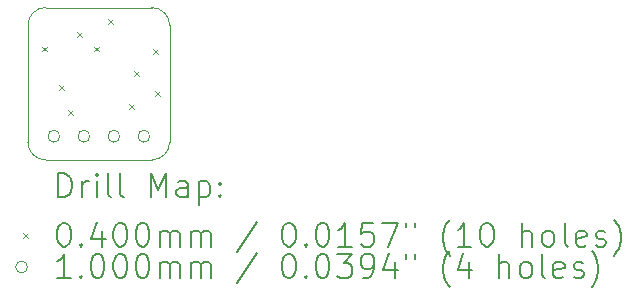
<source format=gbr>
%TF.GenerationSoftware,KiCad,Pcbnew,8.0.8*%
%TF.CreationDate,2025-01-29T14:54:37+01:00*%
%TF.ProjectId,TS4231-BOB,54533432-3331-42d4-924f-422e6b696361,rev?*%
%TF.SameCoordinates,Original*%
%TF.FileFunction,Drillmap*%
%TF.FilePolarity,Positive*%
%FSLAX45Y45*%
G04 Gerber Fmt 4.5, Leading zero omitted, Abs format (unit mm)*
G04 Created by KiCad (PCBNEW 8.0.8) date 2025-01-29 14:54:37*
%MOMM*%
%LPD*%
G01*
G04 APERTURE LIST*
%ADD10C,0.050000*%
%ADD11C,0.200000*%
%ADD12C,0.100000*%
G04 APERTURE END LIST*
D10*
X13900000Y-4550000D02*
X13900000Y-5540000D01*
X13750000Y-5690000D02*
X12850000Y-5690000D01*
X12700000Y-5540000D02*
X12700000Y-4550000D01*
X12850000Y-4400000D02*
X13750000Y-4400000D01*
X13750000Y-4400000D02*
G75*
G02*
X13900000Y-4550000I0J-150000D01*
G01*
X12700000Y-4550000D02*
G75*
G02*
X12850000Y-4400000I150000J0D01*
G01*
X12850000Y-5690000D02*
G75*
G02*
X12700000Y-5540000I0J150000D01*
G01*
X13900000Y-5540000D02*
G75*
G02*
X13750000Y-5690000I-150000J0D01*
G01*
D11*
D12*
X12820000Y-4730000D02*
X12860000Y-4770000D01*
X12860000Y-4730000D02*
X12820000Y-4770000D01*
X12963307Y-5055092D02*
X13003307Y-5095092D01*
X13003307Y-5055092D02*
X12963307Y-5095092D01*
X13040000Y-5270000D02*
X13080000Y-5310000D01*
X13080000Y-5270000D02*
X13040000Y-5310000D01*
X13120000Y-4610000D02*
X13160000Y-4650000D01*
X13160000Y-4610000D02*
X13120000Y-4650000D01*
X13260000Y-4730000D02*
X13300000Y-4770000D01*
X13300000Y-4730000D02*
X13260000Y-4770000D01*
X13380000Y-4500000D02*
X13420000Y-4540000D01*
X13420000Y-4500000D02*
X13380000Y-4540000D01*
X13560000Y-5220000D02*
X13600000Y-5260000D01*
X13600000Y-5220000D02*
X13560000Y-5260000D01*
X13599999Y-4940001D02*
X13639999Y-4980001D01*
X13639999Y-4940001D02*
X13599999Y-4980001D01*
X13760000Y-4750000D02*
X13800000Y-4790000D01*
X13800000Y-4750000D02*
X13760000Y-4790000D01*
X13780000Y-5110000D02*
X13820000Y-5150000D01*
X13820000Y-5110000D02*
X13780000Y-5150000D01*
X12970000Y-5490000D02*
G75*
G02*
X12870000Y-5490000I-50000J0D01*
G01*
X12870000Y-5490000D02*
G75*
G02*
X12970000Y-5490000I50000J0D01*
G01*
X13224000Y-5490000D02*
G75*
G02*
X13124000Y-5490000I-50000J0D01*
G01*
X13124000Y-5490000D02*
G75*
G02*
X13224000Y-5490000I50000J0D01*
G01*
X13478000Y-5490000D02*
G75*
G02*
X13378000Y-5490000I-50000J0D01*
G01*
X13378000Y-5490000D02*
G75*
G02*
X13478000Y-5490000I50000J0D01*
G01*
X13732000Y-5490000D02*
G75*
G02*
X13632000Y-5490000I-50000J0D01*
G01*
X13632000Y-5490000D02*
G75*
G02*
X13732000Y-5490000I50000J0D01*
G01*
D11*
X12958277Y-6003984D02*
X12958277Y-5803984D01*
X12958277Y-5803984D02*
X13005896Y-5803984D01*
X13005896Y-5803984D02*
X13034467Y-5813508D01*
X13034467Y-5813508D02*
X13053515Y-5832555D01*
X13053515Y-5832555D02*
X13063039Y-5851603D01*
X13063039Y-5851603D02*
X13072562Y-5889698D01*
X13072562Y-5889698D02*
X13072562Y-5918269D01*
X13072562Y-5918269D02*
X13063039Y-5956365D01*
X13063039Y-5956365D02*
X13053515Y-5975412D01*
X13053515Y-5975412D02*
X13034467Y-5994460D01*
X13034467Y-5994460D02*
X13005896Y-6003984D01*
X13005896Y-6003984D02*
X12958277Y-6003984D01*
X13158277Y-6003984D02*
X13158277Y-5870650D01*
X13158277Y-5908746D02*
X13167801Y-5889698D01*
X13167801Y-5889698D02*
X13177324Y-5880174D01*
X13177324Y-5880174D02*
X13196372Y-5870650D01*
X13196372Y-5870650D02*
X13215420Y-5870650D01*
X13282086Y-6003984D02*
X13282086Y-5870650D01*
X13282086Y-5803984D02*
X13272562Y-5813508D01*
X13272562Y-5813508D02*
X13282086Y-5823031D01*
X13282086Y-5823031D02*
X13291610Y-5813508D01*
X13291610Y-5813508D02*
X13282086Y-5803984D01*
X13282086Y-5803984D02*
X13282086Y-5823031D01*
X13405896Y-6003984D02*
X13386848Y-5994460D01*
X13386848Y-5994460D02*
X13377324Y-5975412D01*
X13377324Y-5975412D02*
X13377324Y-5803984D01*
X13510658Y-6003984D02*
X13491610Y-5994460D01*
X13491610Y-5994460D02*
X13482086Y-5975412D01*
X13482086Y-5975412D02*
X13482086Y-5803984D01*
X13739229Y-6003984D02*
X13739229Y-5803984D01*
X13739229Y-5803984D02*
X13805896Y-5946841D01*
X13805896Y-5946841D02*
X13872562Y-5803984D01*
X13872562Y-5803984D02*
X13872562Y-6003984D01*
X14053515Y-6003984D02*
X14053515Y-5899222D01*
X14053515Y-5899222D02*
X14043991Y-5880174D01*
X14043991Y-5880174D02*
X14024943Y-5870650D01*
X14024943Y-5870650D02*
X13986848Y-5870650D01*
X13986848Y-5870650D02*
X13967801Y-5880174D01*
X14053515Y-5994460D02*
X14034467Y-6003984D01*
X14034467Y-6003984D02*
X13986848Y-6003984D01*
X13986848Y-6003984D02*
X13967801Y-5994460D01*
X13967801Y-5994460D02*
X13958277Y-5975412D01*
X13958277Y-5975412D02*
X13958277Y-5956365D01*
X13958277Y-5956365D02*
X13967801Y-5937317D01*
X13967801Y-5937317D02*
X13986848Y-5927793D01*
X13986848Y-5927793D02*
X14034467Y-5927793D01*
X14034467Y-5927793D02*
X14053515Y-5918269D01*
X14148753Y-5870650D02*
X14148753Y-6070650D01*
X14148753Y-5880174D02*
X14167801Y-5870650D01*
X14167801Y-5870650D02*
X14205896Y-5870650D01*
X14205896Y-5870650D02*
X14224943Y-5880174D01*
X14224943Y-5880174D02*
X14234467Y-5889698D01*
X14234467Y-5889698D02*
X14243991Y-5908746D01*
X14243991Y-5908746D02*
X14243991Y-5965888D01*
X14243991Y-5965888D02*
X14234467Y-5984936D01*
X14234467Y-5984936D02*
X14224943Y-5994460D01*
X14224943Y-5994460D02*
X14205896Y-6003984D01*
X14205896Y-6003984D02*
X14167801Y-6003984D01*
X14167801Y-6003984D02*
X14148753Y-5994460D01*
X14329705Y-5984936D02*
X14339229Y-5994460D01*
X14339229Y-5994460D02*
X14329705Y-6003984D01*
X14329705Y-6003984D02*
X14320182Y-5994460D01*
X14320182Y-5994460D02*
X14329705Y-5984936D01*
X14329705Y-5984936D02*
X14329705Y-6003984D01*
X14329705Y-5880174D02*
X14339229Y-5889698D01*
X14339229Y-5889698D02*
X14329705Y-5899222D01*
X14329705Y-5899222D02*
X14320182Y-5889698D01*
X14320182Y-5889698D02*
X14329705Y-5880174D01*
X14329705Y-5880174D02*
X14329705Y-5899222D01*
D12*
X12657500Y-6312500D02*
X12697500Y-6352500D01*
X12697500Y-6312500D02*
X12657500Y-6352500D01*
D11*
X12996372Y-6223984D02*
X13015420Y-6223984D01*
X13015420Y-6223984D02*
X13034467Y-6233508D01*
X13034467Y-6233508D02*
X13043991Y-6243031D01*
X13043991Y-6243031D02*
X13053515Y-6262079D01*
X13053515Y-6262079D02*
X13063039Y-6300174D01*
X13063039Y-6300174D02*
X13063039Y-6347793D01*
X13063039Y-6347793D02*
X13053515Y-6385888D01*
X13053515Y-6385888D02*
X13043991Y-6404936D01*
X13043991Y-6404936D02*
X13034467Y-6414460D01*
X13034467Y-6414460D02*
X13015420Y-6423984D01*
X13015420Y-6423984D02*
X12996372Y-6423984D01*
X12996372Y-6423984D02*
X12977324Y-6414460D01*
X12977324Y-6414460D02*
X12967801Y-6404936D01*
X12967801Y-6404936D02*
X12958277Y-6385888D01*
X12958277Y-6385888D02*
X12948753Y-6347793D01*
X12948753Y-6347793D02*
X12948753Y-6300174D01*
X12948753Y-6300174D02*
X12958277Y-6262079D01*
X12958277Y-6262079D02*
X12967801Y-6243031D01*
X12967801Y-6243031D02*
X12977324Y-6233508D01*
X12977324Y-6233508D02*
X12996372Y-6223984D01*
X13148753Y-6404936D02*
X13158277Y-6414460D01*
X13158277Y-6414460D02*
X13148753Y-6423984D01*
X13148753Y-6423984D02*
X13139229Y-6414460D01*
X13139229Y-6414460D02*
X13148753Y-6404936D01*
X13148753Y-6404936D02*
X13148753Y-6423984D01*
X13329705Y-6290650D02*
X13329705Y-6423984D01*
X13282086Y-6214460D02*
X13234467Y-6357317D01*
X13234467Y-6357317D02*
X13358277Y-6357317D01*
X13472562Y-6223984D02*
X13491610Y-6223984D01*
X13491610Y-6223984D02*
X13510658Y-6233508D01*
X13510658Y-6233508D02*
X13520182Y-6243031D01*
X13520182Y-6243031D02*
X13529705Y-6262079D01*
X13529705Y-6262079D02*
X13539229Y-6300174D01*
X13539229Y-6300174D02*
X13539229Y-6347793D01*
X13539229Y-6347793D02*
X13529705Y-6385888D01*
X13529705Y-6385888D02*
X13520182Y-6404936D01*
X13520182Y-6404936D02*
X13510658Y-6414460D01*
X13510658Y-6414460D02*
X13491610Y-6423984D01*
X13491610Y-6423984D02*
X13472562Y-6423984D01*
X13472562Y-6423984D02*
X13453515Y-6414460D01*
X13453515Y-6414460D02*
X13443991Y-6404936D01*
X13443991Y-6404936D02*
X13434467Y-6385888D01*
X13434467Y-6385888D02*
X13424943Y-6347793D01*
X13424943Y-6347793D02*
X13424943Y-6300174D01*
X13424943Y-6300174D02*
X13434467Y-6262079D01*
X13434467Y-6262079D02*
X13443991Y-6243031D01*
X13443991Y-6243031D02*
X13453515Y-6233508D01*
X13453515Y-6233508D02*
X13472562Y-6223984D01*
X13663039Y-6223984D02*
X13682086Y-6223984D01*
X13682086Y-6223984D02*
X13701134Y-6233508D01*
X13701134Y-6233508D02*
X13710658Y-6243031D01*
X13710658Y-6243031D02*
X13720182Y-6262079D01*
X13720182Y-6262079D02*
X13729705Y-6300174D01*
X13729705Y-6300174D02*
X13729705Y-6347793D01*
X13729705Y-6347793D02*
X13720182Y-6385888D01*
X13720182Y-6385888D02*
X13710658Y-6404936D01*
X13710658Y-6404936D02*
X13701134Y-6414460D01*
X13701134Y-6414460D02*
X13682086Y-6423984D01*
X13682086Y-6423984D02*
X13663039Y-6423984D01*
X13663039Y-6423984D02*
X13643991Y-6414460D01*
X13643991Y-6414460D02*
X13634467Y-6404936D01*
X13634467Y-6404936D02*
X13624943Y-6385888D01*
X13624943Y-6385888D02*
X13615420Y-6347793D01*
X13615420Y-6347793D02*
X13615420Y-6300174D01*
X13615420Y-6300174D02*
X13624943Y-6262079D01*
X13624943Y-6262079D02*
X13634467Y-6243031D01*
X13634467Y-6243031D02*
X13643991Y-6233508D01*
X13643991Y-6233508D02*
X13663039Y-6223984D01*
X13815420Y-6423984D02*
X13815420Y-6290650D01*
X13815420Y-6309698D02*
X13824943Y-6300174D01*
X13824943Y-6300174D02*
X13843991Y-6290650D01*
X13843991Y-6290650D02*
X13872563Y-6290650D01*
X13872563Y-6290650D02*
X13891610Y-6300174D01*
X13891610Y-6300174D02*
X13901134Y-6319222D01*
X13901134Y-6319222D02*
X13901134Y-6423984D01*
X13901134Y-6319222D02*
X13910658Y-6300174D01*
X13910658Y-6300174D02*
X13929705Y-6290650D01*
X13929705Y-6290650D02*
X13958277Y-6290650D01*
X13958277Y-6290650D02*
X13977324Y-6300174D01*
X13977324Y-6300174D02*
X13986848Y-6319222D01*
X13986848Y-6319222D02*
X13986848Y-6423984D01*
X14082086Y-6423984D02*
X14082086Y-6290650D01*
X14082086Y-6309698D02*
X14091610Y-6300174D01*
X14091610Y-6300174D02*
X14110658Y-6290650D01*
X14110658Y-6290650D02*
X14139229Y-6290650D01*
X14139229Y-6290650D02*
X14158277Y-6300174D01*
X14158277Y-6300174D02*
X14167801Y-6319222D01*
X14167801Y-6319222D02*
X14167801Y-6423984D01*
X14167801Y-6319222D02*
X14177324Y-6300174D01*
X14177324Y-6300174D02*
X14196372Y-6290650D01*
X14196372Y-6290650D02*
X14224943Y-6290650D01*
X14224943Y-6290650D02*
X14243991Y-6300174D01*
X14243991Y-6300174D02*
X14253515Y-6319222D01*
X14253515Y-6319222D02*
X14253515Y-6423984D01*
X14643991Y-6214460D02*
X14472563Y-6471603D01*
X14901134Y-6223984D02*
X14920182Y-6223984D01*
X14920182Y-6223984D02*
X14939229Y-6233508D01*
X14939229Y-6233508D02*
X14948753Y-6243031D01*
X14948753Y-6243031D02*
X14958277Y-6262079D01*
X14958277Y-6262079D02*
X14967801Y-6300174D01*
X14967801Y-6300174D02*
X14967801Y-6347793D01*
X14967801Y-6347793D02*
X14958277Y-6385888D01*
X14958277Y-6385888D02*
X14948753Y-6404936D01*
X14948753Y-6404936D02*
X14939229Y-6414460D01*
X14939229Y-6414460D02*
X14920182Y-6423984D01*
X14920182Y-6423984D02*
X14901134Y-6423984D01*
X14901134Y-6423984D02*
X14882086Y-6414460D01*
X14882086Y-6414460D02*
X14872563Y-6404936D01*
X14872563Y-6404936D02*
X14863039Y-6385888D01*
X14863039Y-6385888D02*
X14853515Y-6347793D01*
X14853515Y-6347793D02*
X14853515Y-6300174D01*
X14853515Y-6300174D02*
X14863039Y-6262079D01*
X14863039Y-6262079D02*
X14872563Y-6243031D01*
X14872563Y-6243031D02*
X14882086Y-6233508D01*
X14882086Y-6233508D02*
X14901134Y-6223984D01*
X15053515Y-6404936D02*
X15063039Y-6414460D01*
X15063039Y-6414460D02*
X15053515Y-6423984D01*
X15053515Y-6423984D02*
X15043991Y-6414460D01*
X15043991Y-6414460D02*
X15053515Y-6404936D01*
X15053515Y-6404936D02*
X15053515Y-6423984D01*
X15186848Y-6223984D02*
X15205896Y-6223984D01*
X15205896Y-6223984D02*
X15224944Y-6233508D01*
X15224944Y-6233508D02*
X15234467Y-6243031D01*
X15234467Y-6243031D02*
X15243991Y-6262079D01*
X15243991Y-6262079D02*
X15253515Y-6300174D01*
X15253515Y-6300174D02*
X15253515Y-6347793D01*
X15253515Y-6347793D02*
X15243991Y-6385888D01*
X15243991Y-6385888D02*
X15234467Y-6404936D01*
X15234467Y-6404936D02*
X15224944Y-6414460D01*
X15224944Y-6414460D02*
X15205896Y-6423984D01*
X15205896Y-6423984D02*
X15186848Y-6423984D01*
X15186848Y-6423984D02*
X15167801Y-6414460D01*
X15167801Y-6414460D02*
X15158277Y-6404936D01*
X15158277Y-6404936D02*
X15148753Y-6385888D01*
X15148753Y-6385888D02*
X15139229Y-6347793D01*
X15139229Y-6347793D02*
X15139229Y-6300174D01*
X15139229Y-6300174D02*
X15148753Y-6262079D01*
X15148753Y-6262079D02*
X15158277Y-6243031D01*
X15158277Y-6243031D02*
X15167801Y-6233508D01*
X15167801Y-6233508D02*
X15186848Y-6223984D01*
X15443991Y-6423984D02*
X15329706Y-6423984D01*
X15386848Y-6423984D02*
X15386848Y-6223984D01*
X15386848Y-6223984D02*
X15367801Y-6252555D01*
X15367801Y-6252555D02*
X15348753Y-6271603D01*
X15348753Y-6271603D02*
X15329706Y-6281127D01*
X15624944Y-6223984D02*
X15529706Y-6223984D01*
X15529706Y-6223984D02*
X15520182Y-6319222D01*
X15520182Y-6319222D02*
X15529706Y-6309698D01*
X15529706Y-6309698D02*
X15548753Y-6300174D01*
X15548753Y-6300174D02*
X15596372Y-6300174D01*
X15596372Y-6300174D02*
X15615420Y-6309698D01*
X15615420Y-6309698D02*
X15624944Y-6319222D01*
X15624944Y-6319222D02*
X15634467Y-6338269D01*
X15634467Y-6338269D02*
X15634467Y-6385888D01*
X15634467Y-6385888D02*
X15624944Y-6404936D01*
X15624944Y-6404936D02*
X15615420Y-6414460D01*
X15615420Y-6414460D02*
X15596372Y-6423984D01*
X15596372Y-6423984D02*
X15548753Y-6423984D01*
X15548753Y-6423984D02*
X15529706Y-6414460D01*
X15529706Y-6414460D02*
X15520182Y-6404936D01*
X15701134Y-6223984D02*
X15834467Y-6223984D01*
X15834467Y-6223984D02*
X15748753Y-6423984D01*
X15901134Y-6223984D02*
X15901134Y-6262079D01*
X15977325Y-6223984D02*
X15977325Y-6262079D01*
X16272563Y-6500174D02*
X16263039Y-6490650D01*
X16263039Y-6490650D02*
X16243991Y-6462079D01*
X16243991Y-6462079D02*
X16234468Y-6443031D01*
X16234468Y-6443031D02*
X16224944Y-6414460D01*
X16224944Y-6414460D02*
X16215420Y-6366841D01*
X16215420Y-6366841D02*
X16215420Y-6328746D01*
X16215420Y-6328746D02*
X16224944Y-6281127D01*
X16224944Y-6281127D02*
X16234468Y-6252555D01*
X16234468Y-6252555D02*
X16243991Y-6233508D01*
X16243991Y-6233508D02*
X16263039Y-6204936D01*
X16263039Y-6204936D02*
X16272563Y-6195412D01*
X16453515Y-6423984D02*
X16339229Y-6423984D01*
X16396372Y-6423984D02*
X16396372Y-6223984D01*
X16396372Y-6223984D02*
X16377325Y-6252555D01*
X16377325Y-6252555D02*
X16358277Y-6271603D01*
X16358277Y-6271603D02*
X16339229Y-6281127D01*
X16577325Y-6223984D02*
X16596372Y-6223984D01*
X16596372Y-6223984D02*
X16615420Y-6233508D01*
X16615420Y-6233508D02*
X16624944Y-6243031D01*
X16624944Y-6243031D02*
X16634468Y-6262079D01*
X16634468Y-6262079D02*
X16643991Y-6300174D01*
X16643991Y-6300174D02*
X16643991Y-6347793D01*
X16643991Y-6347793D02*
X16634468Y-6385888D01*
X16634468Y-6385888D02*
X16624944Y-6404936D01*
X16624944Y-6404936D02*
X16615420Y-6414460D01*
X16615420Y-6414460D02*
X16596372Y-6423984D01*
X16596372Y-6423984D02*
X16577325Y-6423984D01*
X16577325Y-6423984D02*
X16558277Y-6414460D01*
X16558277Y-6414460D02*
X16548753Y-6404936D01*
X16548753Y-6404936D02*
X16539229Y-6385888D01*
X16539229Y-6385888D02*
X16529706Y-6347793D01*
X16529706Y-6347793D02*
X16529706Y-6300174D01*
X16529706Y-6300174D02*
X16539229Y-6262079D01*
X16539229Y-6262079D02*
X16548753Y-6243031D01*
X16548753Y-6243031D02*
X16558277Y-6233508D01*
X16558277Y-6233508D02*
X16577325Y-6223984D01*
X16882087Y-6423984D02*
X16882087Y-6223984D01*
X16967801Y-6423984D02*
X16967801Y-6319222D01*
X16967801Y-6319222D02*
X16958277Y-6300174D01*
X16958277Y-6300174D02*
X16939230Y-6290650D01*
X16939230Y-6290650D02*
X16910658Y-6290650D01*
X16910658Y-6290650D02*
X16891611Y-6300174D01*
X16891611Y-6300174D02*
X16882087Y-6309698D01*
X17091611Y-6423984D02*
X17072563Y-6414460D01*
X17072563Y-6414460D02*
X17063039Y-6404936D01*
X17063039Y-6404936D02*
X17053515Y-6385888D01*
X17053515Y-6385888D02*
X17053515Y-6328746D01*
X17053515Y-6328746D02*
X17063039Y-6309698D01*
X17063039Y-6309698D02*
X17072563Y-6300174D01*
X17072563Y-6300174D02*
X17091611Y-6290650D01*
X17091611Y-6290650D02*
X17120182Y-6290650D01*
X17120182Y-6290650D02*
X17139230Y-6300174D01*
X17139230Y-6300174D02*
X17148753Y-6309698D01*
X17148753Y-6309698D02*
X17158277Y-6328746D01*
X17158277Y-6328746D02*
X17158277Y-6385888D01*
X17158277Y-6385888D02*
X17148753Y-6404936D01*
X17148753Y-6404936D02*
X17139230Y-6414460D01*
X17139230Y-6414460D02*
X17120182Y-6423984D01*
X17120182Y-6423984D02*
X17091611Y-6423984D01*
X17272563Y-6423984D02*
X17253515Y-6414460D01*
X17253515Y-6414460D02*
X17243992Y-6395412D01*
X17243992Y-6395412D02*
X17243992Y-6223984D01*
X17424944Y-6414460D02*
X17405896Y-6423984D01*
X17405896Y-6423984D02*
X17367801Y-6423984D01*
X17367801Y-6423984D02*
X17348753Y-6414460D01*
X17348753Y-6414460D02*
X17339230Y-6395412D01*
X17339230Y-6395412D02*
X17339230Y-6319222D01*
X17339230Y-6319222D02*
X17348753Y-6300174D01*
X17348753Y-6300174D02*
X17367801Y-6290650D01*
X17367801Y-6290650D02*
X17405896Y-6290650D01*
X17405896Y-6290650D02*
X17424944Y-6300174D01*
X17424944Y-6300174D02*
X17434468Y-6319222D01*
X17434468Y-6319222D02*
X17434468Y-6338269D01*
X17434468Y-6338269D02*
X17339230Y-6357317D01*
X17510658Y-6414460D02*
X17529706Y-6423984D01*
X17529706Y-6423984D02*
X17567801Y-6423984D01*
X17567801Y-6423984D02*
X17586849Y-6414460D01*
X17586849Y-6414460D02*
X17596373Y-6395412D01*
X17596373Y-6395412D02*
X17596373Y-6385888D01*
X17596373Y-6385888D02*
X17586849Y-6366841D01*
X17586849Y-6366841D02*
X17567801Y-6357317D01*
X17567801Y-6357317D02*
X17539230Y-6357317D01*
X17539230Y-6357317D02*
X17520182Y-6347793D01*
X17520182Y-6347793D02*
X17510658Y-6328746D01*
X17510658Y-6328746D02*
X17510658Y-6319222D01*
X17510658Y-6319222D02*
X17520182Y-6300174D01*
X17520182Y-6300174D02*
X17539230Y-6290650D01*
X17539230Y-6290650D02*
X17567801Y-6290650D01*
X17567801Y-6290650D02*
X17586849Y-6300174D01*
X17663039Y-6500174D02*
X17672563Y-6490650D01*
X17672563Y-6490650D02*
X17691611Y-6462079D01*
X17691611Y-6462079D02*
X17701134Y-6443031D01*
X17701134Y-6443031D02*
X17710658Y-6414460D01*
X17710658Y-6414460D02*
X17720182Y-6366841D01*
X17720182Y-6366841D02*
X17720182Y-6328746D01*
X17720182Y-6328746D02*
X17710658Y-6281127D01*
X17710658Y-6281127D02*
X17701134Y-6252555D01*
X17701134Y-6252555D02*
X17691611Y-6233508D01*
X17691611Y-6233508D02*
X17672563Y-6204936D01*
X17672563Y-6204936D02*
X17663039Y-6195412D01*
D12*
X12697500Y-6596500D02*
G75*
G02*
X12597500Y-6596500I-50000J0D01*
G01*
X12597500Y-6596500D02*
G75*
G02*
X12697500Y-6596500I50000J0D01*
G01*
D11*
X13063039Y-6687984D02*
X12948753Y-6687984D01*
X13005896Y-6687984D02*
X13005896Y-6487984D01*
X13005896Y-6487984D02*
X12986848Y-6516555D01*
X12986848Y-6516555D02*
X12967801Y-6535603D01*
X12967801Y-6535603D02*
X12948753Y-6545127D01*
X13148753Y-6668936D02*
X13158277Y-6678460D01*
X13158277Y-6678460D02*
X13148753Y-6687984D01*
X13148753Y-6687984D02*
X13139229Y-6678460D01*
X13139229Y-6678460D02*
X13148753Y-6668936D01*
X13148753Y-6668936D02*
X13148753Y-6687984D01*
X13282086Y-6487984D02*
X13301134Y-6487984D01*
X13301134Y-6487984D02*
X13320182Y-6497508D01*
X13320182Y-6497508D02*
X13329705Y-6507031D01*
X13329705Y-6507031D02*
X13339229Y-6526079D01*
X13339229Y-6526079D02*
X13348753Y-6564174D01*
X13348753Y-6564174D02*
X13348753Y-6611793D01*
X13348753Y-6611793D02*
X13339229Y-6649888D01*
X13339229Y-6649888D02*
X13329705Y-6668936D01*
X13329705Y-6668936D02*
X13320182Y-6678460D01*
X13320182Y-6678460D02*
X13301134Y-6687984D01*
X13301134Y-6687984D02*
X13282086Y-6687984D01*
X13282086Y-6687984D02*
X13263039Y-6678460D01*
X13263039Y-6678460D02*
X13253515Y-6668936D01*
X13253515Y-6668936D02*
X13243991Y-6649888D01*
X13243991Y-6649888D02*
X13234467Y-6611793D01*
X13234467Y-6611793D02*
X13234467Y-6564174D01*
X13234467Y-6564174D02*
X13243991Y-6526079D01*
X13243991Y-6526079D02*
X13253515Y-6507031D01*
X13253515Y-6507031D02*
X13263039Y-6497508D01*
X13263039Y-6497508D02*
X13282086Y-6487984D01*
X13472562Y-6487984D02*
X13491610Y-6487984D01*
X13491610Y-6487984D02*
X13510658Y-6497508D01*
X13510658Y-6497508D02*
X13520182Y-6507031D01*
X13520182Y-6507031D02*
X13529705Y-6526079D01*
X13529705Y-6526079D02*
X13539229Y-6564174D01*
X13539229Y-6564174D02*
X13539229Y-6611793D01*
X13539229Y-6611793D02*
X13529705Y-6649888D01*
X13529705Y-6649888D02*
X13520182Y-6668936D01*
X13520182Y-6668936D02*
X13510658Y-6678460D01*
X13510658Y-6678460D02*
X13491610Y-6687984D01*
X13491610Y-6687984D02*
X13472562Y-6687984D01*
X13472562Y-6687984D02*
X13453515Y-6678460D01*
X13453515Y-6678460D02*
X13443991Y-6668936D01*
X13443991Y-6668936D02*
X13434467Y-6649888D01*
X13434467Y-6649888D02*
X13424943Y-6611793D01*
X13424943Y-6611793D02*
X13424943Y-6564174D01*
X13424943Y-6564174D02*
X13434467Y-6526079D01*
X13434467Y-6526079D02*
X13443991Y-6507031D01*
X13443991Y-6507031D02*
X13453515Y-6497508D01*
X13453515Y-6497508D02*
X13472562Y-6487984D01*
X13663039Y-6487984D02*
X13682086Y-6487984D01*
X13682086Y-6487984D02*
X13701134Y-6497508D01*
X13701134Y-6497508D02*
X13710658Y-6507031D01*
X13710658Y-6507031D02*
X13720182Y-6526079D01*
X13720182Y-6526079D02*
X13729705Y-6564174D01*
X13729705Y-6564174D02*
X13729705Y-6611793D01*
X13729705Y-6611793D02*
X13720182Y-6649888D01*
X13720182Y-6649888D02*
X13710658Y-6668936D01*
X13710658Y-6668936D02*
X13701134Y-6678460D01*
X13701134Y-6678460D02*
X13682086Y-6687984D01*
X13682086Y-6687984D02*
X13663039Y-6687984D01*
X13663039Y-6687984D02*
X13643991Y-6678460D01*
X13643991Y-6678460D02*
X13634467Y-6668936D01*
X13634467Y-6668936D02*
X13624943Y-6649888D01*
X13624943Y-6649888D02*
X13615420Y-6611793D01*
X13615420Y-6611793D02*
X13615420Y-6564174D01*
X13615420Y-6564174D02*
X13624943Y-6526079D01*
X13624943Y-6526079D02*
X13634467Y-6507031D01*
X13634467Y-6507031D02*
X13643991Y-6497508D01*
X13643991Y-6497508D02*
X13663039Y-6487984D01*
X13815420Y-6687984D02*
X13815420Y-6554650D01*
X13815420Y-6573698D02*
X13824943Y-6564174D01*
X13824943Y-6564174D02*
X13843991Y-6554650D01*
X13843991Y-6554650D02*
X13872563Y-6554650D01*
X13872563Y-6554650D02*
X13891610Y-6564174D01*
X13891610Y-6564174D02*
X13901134Y-6583222D01*
X13901134Y-6583222D02*
X13901134Y-6687984D01*
X13901134Y-6583222D02*
X13910658Y-6564174D01*
X13910658Y-6564174D02*
X13929705Y-6554650D01*
X13929705Y-6554650D02*
X13958277Y-6554650D01*
X13958277Y-6554650D02*
X13977324Y-6564174D01*
X13977324Y-6564174D02*
X13986848Y-6583222D01*
X13986848Y-6583222D02*
X13986848Y-6687984D01*
X14082086Y-6687984D02*
X14082086Y-6554650D01*
X14082086Y-6573698D02*
X14091610Y-6564174D01*
X14091610Y-6564174D02*
X14110658Y-6554650D01*
X14110658Y-6554650D02*
X14139229Y-6554650D01*
X14139229Y-6554650D02*
X14158277Y-6564174D01*
X14158277Y-6564174D02*
X14167801Y-6583222D01*
X14167801Y-6583222D02*
X14167801Y-6687984D01*
X14167801Y-6583222D02*
X14177324Y-6564174D01*
X14177324Y-6564174D02*
X14196372Y-6554650D01*
X14196372Y-6554650D02*
X14224943Y-6554650D01*
X14224943Y-6554650D02*
X14243991Y-6564174D01*
X14243991Y-6564174D02*
X14253515Y-6583222D01*
X14253515Y-6583222D02*
X14253515Y-6687984D01*
X14643991Y-6478460D02*
X14472563Y-6735603D01*
X14901134Y-6487984D02*
X14920182Y-6487984D01*
X14920182Y-6487984D02*
X14939229Y-6497508D01*
X14939229Y-6497508D02*
X14948753Y-6507031D01*
X14948753Y-6507031D02*
X14958277Y-6526079D01*
X14958277Y-6526079D02*
X14967801Y-6564174D01*
X14967801Y-6564174D02*
X14967801Y-6611793D01*
X14967801Y-6611793D02*
X14958277Y-6649888D01*
X14958277Y-6649888D02*
X14948753Y-6668936D01*
X14948753Y-6668936D02*
X14939229Y-6678460D01*
X14939229Y-6678460D02*
X14920182Y-6687984D01*
X14920182Y-6687984D02*
X14901134Y-6687984D01*
X14901134Y-6687984D02*
X14882086Y-6678460D01*
X14882086Y-6678460D02*
X14872563Y-6668936D01*
X14872563Y-6668936D02*
X14863039Y-6649888D01*
X14863039Y-6649888D02*
X14853515Y-6611793D01*
X14853515Y-6611793D02*
X14853515Y-6564174D01*
X14853515Y-6564174D02*
X14863039Y-6526079D01*
X14863039Y-6526079D02*
X14872563Y-6507031D01*
X14872563Y-6507031D02*
X14882086Y-6497508D01*
X14882086Y-6497508D02*
X14901134Y-6487984D01*
X15053515Y-6668936D02*
X15063039Y-6678460D01*
X15063039Y-6678460D02*
X15053515Y-6687984D01*
X15053515Y-6687984D02*
X15043991Y-6678460D01*
X15043991Y-6678460D02*
X15053515Y-6668936D01*
X15053515Y-6668936D02*
X15053515Y-6687984D01*
X15186848Y-6487984D02*
X15205896Y-6487984D01*
X15205896Y-6487984D02*
X15224944Y-6497508D01*
X15224944Y-6497508D02*
X15234467Y-6507031D01*
X15234467Y-6507031D02*
X15243991Y-6526079D01*
X15243991Y-6526079D02*
X15253515Y-6564174D01*
X15253515Y-6564174D02*
X15253515Y-6611793D01*
X15253515Y-6611793D02*
X15243991Y-6649888D01*
X15243991Y-6649888D02*
X15234467Y-6668936D01*
X15234467Y-6668936D02*
X15224944Y-6678460D01*
X15224944Y-6678460D02*
X15205896Y-6687984D01*
X15205896Y-6687984D02*
X15186848Y-6687984D01*
X15186848Y-6687984D02*
X15167801Y-6678460D01*
X15167801Y-6678460D02*
X15158277Y-6668936D01*
X15158277Y-6668936D02*
X15148753Y-6649888D01*
X15148753Y-6649888D02*
X15139229Y-6611793D01*
X15139229Y-6611793D02*
X15139229Y-6564174D01*
X15139229Y-6564174D02*
X15148753Y-6526079D01*
X15148753Y-6526079D02*
X15158277Y-6507031D01*
X15158277Y-6507031D02*
X15167801Y-6497508D01*
X15167801Y-6497508D02*
X15186848Y-6487984D01*
X15320182Y-6487984D02*
X15443991Y-6487984D01*
X15443991Y-6487984D02*
X15377325Y-6564174D01*
X15377325Y-6564174D02*
X15405896Y-6564174D01*
X15405896Y-6564174D02*
X15424944Y-6573698D01*
X15424944Y-6573698D02*
X15434467Y-6583222D01*
X15434467Y-6583222D02*
X15443991Y-6602269D01*
X15443991Y-6602269D02*
X15443991Y-6649888D01*
X15443991Y-6649888D02*
X15434467Y-6668936D01*
X15434467Y-6668936D02*
X15424944Y-6678460D01*
X15424944Y-6678460D02*
X15405896Y-6687984D01*
X15405896Y-6687984D02*
X15348753Y-6687984D01*
X15348753Y-6687984D02*
X15329706Y-6678460D01*
X15329706Y-6678460D02*
X15320182Y-6668936D01*
X15539229Y-6687984D02*
X15577325Y-6687984D01*
X15577325Y-6687984D02*
X15596372Y-6678460D01*
X15596372Y-6678460D02*
X15605896Y-6668936D01*
X15605896Y-6668936D02*
X15624944Y-6640365D01*
X15624944Y-6640365D02*
X15634467Y-6602269D01*
X15634467Y-6602269D02*
X15634467Y-6526079D01*
X15634467Y-6526079D02*
X15624944Y-6507031D01*
X15624944Y-6507031D02*
X15615420Y-6497508D01*
X15615420Y-6497508D02*
X15596372Y-6487984D01*
X15596372Y-6487984D02*
X15558277Y-6487984D01*
X15558277Y-6487984D02*
X15539229Y-6497508D01*
X15539229Y-6497508D02*
X15529706Y-6507031D01*
X15529706Y-6507031D02*
X15520182Y-6526079D01*
X15520182Y-6526079D02*
X15520182Y-6573698D01*
X15520182Y-6573698D02*
X15529706Y-6592746D01*
X15529706Y-6592746D02*
X15539229Y-6602269D01*
X15539229Y-6602269D02*
X15558277Y-6611793D01*
X15558277Y-6611793D02*
X15596372Y-6611793D01*
X15596372Y-6611793D02*
X15615420Y-6602269D01*
X15615420Y-6602269D02*
X15624944Y-6592746D01*
X15624944Y-6592746D02*
X15634467Y-6573698D01*
X15805896Y-6554650D02*
X15805896Y-6687984D01*
X15758277Y-6478460D02*
X15710658Y-6621317D01*
X15710658Y-6621317D02*
X15834467Y-6621317D01*
X15901134Y-6487984D02*
X15901134Y-6526079D01*
X15977325Y-6487984D02*
X15977325Y-6526079D01*
X16272563Y-6764174D02*
X16263039Y-6754650D01*
X16263039Y-6754650D02*
X16243991Y-6726079D01*
X16243991Y-6726079D02*
X16234468Y-6707031D01*
X16234468Y-6707031D02*
X16224944Y-6678460D01*
X16224944Y-6678460D02*
X16215420Y-6630841D01*
X16215420Y-6630841D02*
X16215420Y-6592746D01*
X16215420Y-6592746D02*
X16224944Y-6545127D01*
X16224944Y-6545127D02*
X16234468Y-6516555D01*
X16234468Y-6516555D02*
X16243991Y-6497508D01*
X16243991Y-6497508D02*
X16263039Y-6468936D01*
X16263039Y-6468936D02*
X16272563Y-6459412D01*
X16434468Y-6554650D02*
X16434468Y-6687984D01*
X16386848Y-6478460D02*
X16339229Y-6621317D01*
X16339229Y-6621317D02*
X16463039Y-6621317D01*
X16691610Y-6687984D02*
X16691610Y-6487984D01*
X16777325Y-6687984D02*
X16777325Y-6583222D01*
X16777325Y-6583222D02*
X16767801Y-6564174D01*
X16767801Y-6564174D02*
X16748753Y-6554650D01*
X16748753Y-6554650D02*
X16720182Y-6554650D01*
X16720182Y-6554650D02*
X16701134Y-6564174D01*
X16701134Y-6564174D02*
X16691610Y-6573698D01*
X16901134Y-6687984D02*
X16882087Y-6678460D01*
X16882087Y-6678460D02*
X16872563Y-6668936D01*
X16872563Y-6668936D02*
X16863039Y-6649888D01*
X16863039Y-6649888D02*
X16863039Y-6592746D01*
X16863039Y-6592746D02*
X16872563Y-6573698D01*
X16872563Y-6573698D02*
X16882087Y-6564174D01*
X16882087Y-6564174D02*
X16901134Y-6554650D01*
X16901134Y-6554650D02*
X16929706Y-6554650D01*
X16929706Y-6554650D02*
X16948753Y-6564174D01*
X16948753Y-6564174D02*
X16958277Y-6573698D01*
X16958277Y-6573698D02*
X16967801Y-6592746D01*
X16967801Y-6592746D02*
X16967801Y-6649888D01*
X16967801Y-6649888D02*
X16958277Y-6668936D01*
X16958277Y-6668936D02*
X16948753Y-6678460D01*
X16948753Y-6678460D02*
X16929706Y-6687984D01*
X16929706Y-6687984D02*
X16901134Y-6687984D01*
X17082087Y-6687984D02*
X17063039Y-6678460D01*
X17063039Y-6678460D02*
X17053515Y-6659412D01*
X17053515Y-6659412D02*
X17053515Y-6487984D01*
X17234468Y-6678460D02*
X17215420Y-6687984D01*
X17215420Y-6687984D02*
X17177325Y-6687984D01*
X17177325Y-6687984D02*
X17158277Y-6678460D01*
X17158277Y-6678460D02*
X17148753Y-6659412D01*
X17148753Y-6659412D02*
X17148753Y-6583222D01*
X17148753Y-6583222D02*
X17158277Y-6564174D01*
X17158277Y-6564174D02*
X17177325Y-6554650D01*
X17177325Y-6554650D02*
X17215420Y-6554650D01*
X17215420Y-6554650D02*
X17234468Y-6564174D01*
X17234468Y-6564174D02*
X17243992Y-6583222D01*
X17243992Y-6583222D02*
X17243992Y-6602269D01*
X17243992Y-6602269D02*
X17148753Y-6621317D01*
X17320182Y-6678460D02*
X17339230Y-6687984D01*
X17339230Y-6687984D02*
X17377325Y-6687984D01*
X17377325Y-6687984D02*
X17396373Y-6678460D01*
X17396373Y-6678460D02*
X17405896Y-6659412D01*
X17405896Y-6659412D02*
X17405896Y-6649888D01*
X17405896Y-6649888D02*
X17396373Y-6630841D01*
X17396373Y-6630841D02*
X17377325Y-6621317D01*
X17377325Y-6621317D02*
X17348753Y-6621317D01*
X17348753Y-6621317D02*
X17329706Y-6611793D01*
X17329706Y-6611793D02*
X17320182Y-6592746D01*
X17320182Y-6592746D02*
X17320182Y-6583222D01*
X17320182Y-6583222D02*
X17329706Y-6564174D01*
X17329706Y-6564174D02*
X17348753Y-6554650D01*
X17348753Y-6554650D02*
X17377325Y-6554650D01*
X17377325Y-6554650D02*
X17396373Y-6564174D01*
X17472563Y-6764174D02*
X17482087Y-6754650D01*
X17482087Y-6754650D02*
X17501134Y-6726079D01*
X17501134Y-6726079D02*
X17510658Y-6707031D01*
X17510658Y-6707031D02*
X17520182Y-6678460D01*
X17520182Y-6678460D02*
X17529706Y-6630841D01*
X17529706Y-6630841D02*
X17529706Y-6592746D01*
X17529706Y-6592746D02*
X17520182Y-6545127D01*
X17520182Y-6545127D02*
X17510658Y-6516555D01*
X17510658Y-6516555D02*
X17501134Y-6497508D01*
X17501134Y-6497508D02*
X17482087Y-6468936D01*
X17482087Y-6468936D02*
X17472563Y-6459412D01*
M02*

</source>
